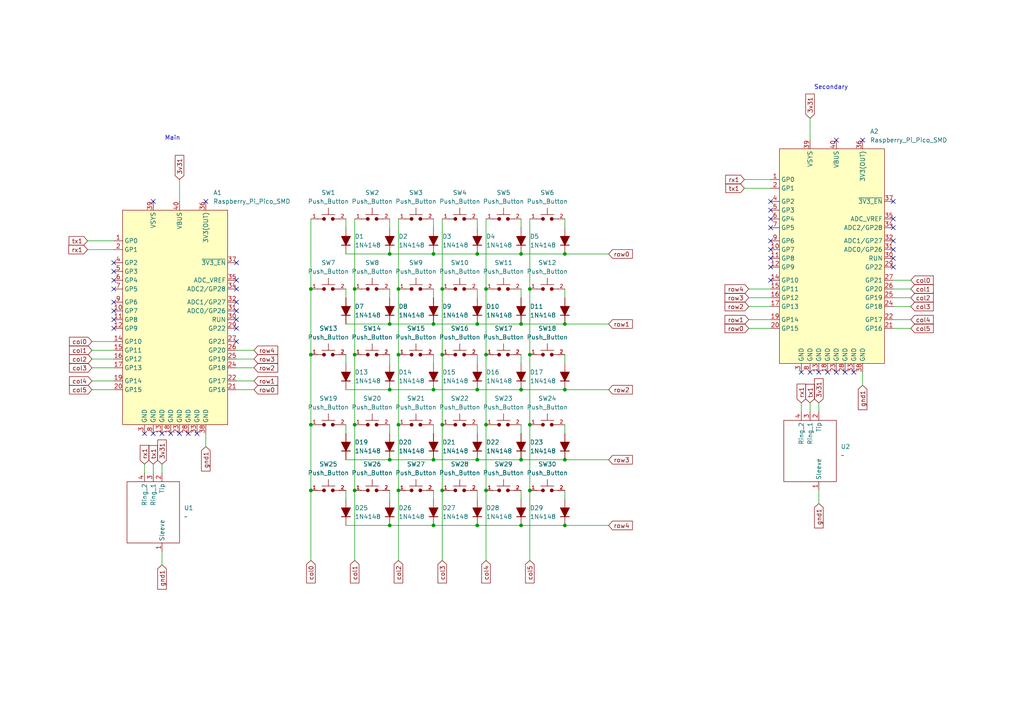
<source format=kicad_sch>
(kicad_sch (version 20250114) (generator "eeschema") (generator_version "9.0")
  (paper "A4")
  (lib_symbols
    (symbol "PCM_Diode_AKL:1N4148" (pin_numbers (hide yes)) (pin_names (offset 1.016) (hide yes))
      (property "Reference" "D" (at 0 5.08 0))
      (property "Value" "1N4148" (at 0 2.54 0))
      (symbol "1N4148_0_1"
        (polyline (pts (xy -1.27 1.27) (xy -1.27 -1.27) (xy 1.27 0) (xy -1.27 1.27)) (stroke (width 0.254)) (fill (type outline)))
        (polyline (pts (xy -1.27 0) (xy 1.27 0)))
        (polyline (pts (xy 1.27 1.27) (xy 1.27 -1.27)) (stroke (width 0.254)))
      )
      (symbol "1N4148_0_2"
        (polyline (pts (xy -2.54 -2.54) (xy 2.54 2.54)))
        (polyline (pts (xy -0.889 -0.889) (xy -1.778 0) (xy 0.889 0.889) (xy 0 -1.778) (xy -0.889 -0.889)) (stroke (width 0.254)) (fill (type outline)))
        (polyline (pts (xy 0 1.778) (xy 1.778 0)) (stroke (width 0.254)))
      )
      (symbol "1N4148_1_1"
        (pin passive line (at -3.81 0 0) (length 2.54) (name "A") (number "2"))
        (pin passive line (at 3.81 0 180) (length 2.54) (name "K") (number "1"))
      )
      (symbol "1N4148_1_2"
        (pin passive line (at -2.54 -2.54 0) (length 0) (name "A") (number "2"))
        (pin passive line (at 2.54 2.54 180) (length 0) (name "K") (number "1"))
      )
    )
    (symbol "PCM_SL_Devices:Push_Button"
      (property "Reference" "SW" (at 0 6.35 0))
      (property "Value" "Push_Button" (at 0 4.445 0))
      (symbol "Push_Button_0_1"
        (polyline (pts (xy -3.175 0) (xy -1.778 0)))
        (polyline (pts (xy -1.905 1.27) (xy 1.905 1.27)))
        (circle (center -1.27 0) (radius 0.4579) (fill (type outline)))
        (polyline (pts (xy 0 1.27) (xy 0 3.175)))
        (circle (center 1.27 0) (radius 0.4579) (fill (type outline)))
        (polyline (pts (xy 1.778 0) (xy 3.175 0)))
      )
      (symbol "Push_Button_1_1"
        (pin passive line (at -5.08 0 0) (length 2) (name "") (number "1"))
        (pin passive line (at 5.08 0 180) (length 2) (name "") (number "2"))
      )
    )
    (symbol "symbols:4ucon_trrs_3.5_smd"
      (property "Reference" "U" (at 0 0 0))
      (symbol "4ucon_trrs_3.5_smd_0_1"
        (polyline (pts (xy -5.08 8.89) (xy 10.16 8.89) (xy 10.16 -8.89) (xy -5.08 -8.89) (xy -5.08 8.89)))
      )
      (symbol "4ucon_trrs_3.5_smd_1_1"
        (pin bidirectional line (at 0 11.43 270) (length 2.54) (name "Ring_2") (number "4"))
        (pin bidirectional line (at 2.54 11.43 270) (length 2.54) (name "Ring_1") (number "3"))
        (pin bidirectional line (at 5.08 11.43 270) (length 2.54) (name "Tip") (number "2"))
        (pin bidirectional line (at 5.08 -11.43 90) (length 2.54) (name "Sleeve") (number "1"))
      )
    )
    (symbol "symbols:Raspberry_Pi_Pico_SMD"
      (property "Reference" "A" (at 12.7 34.29 0))
      (property "Value" "Raspberry_Pi_Pico_SMD" (at 21.59 31.75 0))
      (symbol "Raspberry_Pi_Pico_SMD_0_1"
        (rectangle (start -15.24 29.21) (end 15.24 -33.02) (fill (type background)))
      )
      (symbol "Raspberry_Pi_Pico_SMD_1_1"
        (pin bidirectional line (at -17.78 20.32 0) (length 2.54) (name "GP0") (number "1"))
        (pin bidirectional line (at -17.78 17.78 0) (length 2.54) (name "GP1") (number "2"))
        (pin bidirectional line (at -17.78 13.97 0) (length 2.54) (name "GP2") (number "4"))
        (pin bidirectional line (at -17.78 11.43 0) (length 2.54) (name "GP3") (number "5"))
        (pin bidirectional line (at -17.78 8.89 0) (length 2.54) (name "GP4") (number "6"))
        (pin bidirectional line (at -17.78 6.35 0) (length 2.54) (name "GP5") (number "7"))
        (pin bidirectional line (at -17.78 2.54 0) (length 2.54) (name "GP6") (number "9"))
        (pin bidirectional line (at -17.78 0 0) (length 2.54) (name "GP7") (number "10"))
        (pin bidirectional line (at -17.78 -2.54 0) (length 2.54) (name "GP8") (number "11"))
        (pin bidirectional line (at -17.78 -5.08 0) (length 2.54) (name "GP9") (number "12"))
        (pin bidirectional line (at -17.78 -8.89 0) (length 2.54) (name "GP10") (number "14"))
        (pin bidirectional line (at -17.78 -11.43 0) (length 2.54) (name "GP11") (number "15"))
        (pin bidirectional line (at -17.78 -13.97 0) (length 2.54) (name "GP12") (number "16"))
        (pin bidirectional line (at -17.78 -16.51 0) (length 2.54) (name "GP13") (number "17"))
        (pin bidirectional line (at -17.78 -20.32 0) (length 2.54) (name "GP14") (number "19"))
        (pin bidirectional line (at -17.78 -22.86 0) (length 2.54) (name "GP15") (number "20"))
        (pin power_in line (at -8.89 -35.56 90) (length 2.54) (name "GND") (number "3"))
        (pin power_in line (at -6.35 31.75 270) (length 2.54) (name "VSYS") (number "39"))
        (pin power_in line (at -6.35 -35.56 90) (length 2.54) (name "GND") (number "8"))
        (pin power_in line (at -3.81 -35.56 90) (length 2.54) (name "GND") (number "13"))
        (pin power_in line (at -1.27 -35.56 90) (length 2.54) (name "GND") (number "18"))
        (pin power_in line (at 1.27 31.75 270) (length 2.54) (name "VBUS") (number "40"))
        (pin power_in line (at 1.27 -35.56 90) (length 2.54) (name "GND") (number "23"))
        (pin power_in line (at 3.81 -35.56 90) (length 2.54) (name "GND") (number "28"))
        (pin power_in line (at 6.35 -35.56 90) (length 2.54) (name "GND") (number "33"))
        (pin power_in line (at 8.89 31.75 270) (length 2.54) (name "3V3(OUT)") (number "36"))
        (pin power_in line (at 8.89 -35.56 90) (length 2.54) (name "GND") (number "38"))
        (pin bidirectional line (at 17.78 13.97 180) (length 2.54) (name "~{3V3_EN}") (number "37"))
        (pin bidirectional line (at 17.78 8.89 180) (length 2.54) (name "ADC_VREF") (number "35"))
        (pin bidirectional line (at 17.78 6.35 180) (length 2.54) (name "ADC2/GP28") (number "34"))
        (pin bidirectional line (at 17.78 2.54 180) (length 2.54) (name "ADC1/GP27") (number "32"))
        (pin bidirectional line (at 17.78 0 180) (length 2.54) (name "ADC0/GP26") (number "31"))
        (pin bidirectional line (at 17.78 -2.54 180) (length 2.54) (name "RUN") (number "30"))
        (pin bidirectional line (at 17.78 -5.08 180) (length 2.54) (name "GP22") (number "29"))
        (pin bidirectional line (at 17.78 -8.89 180) (length 2.54) (name "GP21") (number "27"))
        (pin bidirectional line (at 17.78 -11.43 180) (length 2.54) (name "GP20") (number "26"))
        (pin bidirectional line (at 17.78 -13.97 180) (length 2.54) (name "GP19") (number "25"))
        (pin bidirectional line (at 17.78 -16.51 180) (length 2.54) (name "GP18") (number "24"))
        (pin bidirectional line (at 17.78 -20.32 180) (length 2.54) (name "GP17") (number "22"))
        (pin bidirectional line (at 17.78 -22.86 180) (length 2.54) (name "GP16") (number "21"))
      )
    )
  )
  (text "Main" (at 50.038 40.132 0) (effects (font (size 1.27 1.27))))
  (text "Secondary" (at 241.046 25.4 0) (effects (font (size 1.27 1.27))))
  (junction (at 153.67 83.82))
  (junction (at 102.87 123.19))
  (junction (at 90.17 142.24))
  (junction (at 140.97 142.24))
  (junction (at 151.13 73.66))
  (junction (at 90.17 102.87))
  (junction (at 90.17 123.19))
  (junction (at 151.13 152.4))
  (junction (at 125.73 73.66))
  (junction (at 138.43 93.98))
  (junction (at 128.27 83.82))
  (junction (at 151.13 133.35))
  (junction (at 153.67 102.87))
  (junction (at 151.13 113.03))
  (junction (at 102.87 102.87))
  (junction (at 138.43 152.4))
  (junction (at 151.13 93.98))
  (junction (at 125.73 133.35))
  (junction (at 113.03 93.98))
  (junction (at 138.43 113.03))
  (junction (at 102.87 142.24))
  (junction (at 140.97 123.19))
  (junction (at 163.83 152.4))
  (junction (at 115.57 123.19))
  (junction (at 102.87 83.82))
  (junction (at 138.43 73.66))
  (junction (at 138.43 133.35))
  (junction (at 113.03 152.4))
  (junction (at 115.57 142.24))
  (junction (at 115.57 83.82))
  (junction (at 163.83 73.66))
  (junction (at 113.03 73.66))
  (junction (at 113.03 133.35))
  (junction (at 125.73 152.4))
  (junction (at 125.73 93.98))
  (junction (at 113.03 113.03))
  (junction (at 140.97 83.82))
  (junction (at 163.83 113.03))
  (junction (at 163.83 93.98))
  (junction (at 163.83 133.35))
  (junction (at 128.27 142.24))
  (junction (at 140.97 102.87))
  (junction (at 128.27 102.87))
  (junction (at 90.17 83.82))
  (junction (at 153.67 142.24))
  (junction (at 125.73 113.03))
  (junction (at 115.57 102.87))
  (junction (at 153.67 123.19))
  (junction (at 128.27 123.19))
  (no_connect (at 223.52 72.39))
  (no_connect (at 52.07 125.73))
  (no_connect (at 68.58 87.63))
  (no_connect (at 68.58 92.71))
  (no_connect (at 44.45 125.73))
  (no_connect (at 57.15 125.73))
  (no_connect (at 68.58 90.17))
  (no_connect (at 46.99 125.73))
  (no_connect (at 33.02 87.63))
  (no_connect (at 59.69 58.42))
  (no_connect (at 33.02 92.71))
  (no_connect (at 68.58 76.2))
  (no_connect (at 33.02 83.82))
  (no_connect (at 33.02 78.74))
  (no_connect (at 68.58 99.06))
  (no_connect (at 237.49 107.95))
  (no_connect (at 259.08 63.5))
  (no_connect (at 247.65 107.95))
  (no_connect (at 223.52 74.93))
  (no_connect (at 41.91 125.73))
  (no_connect (at 259.08 77.47))
  (no_connect (at 44.45 58.42))
  (no_connect (at 223.52 63.5))
  (no_connect (at 223.52 58.42))
  (no_connect (at 259.08 72.39))
  (no_connect (at 49.53 125.73))
  (no_connect (at 33.02 90.17))
  (no_connect (at 259.08 66.04))
  (no_connect (at 242.57 40.64))
  (no_connect (at 54.61 125.73))
  (no_connect (at 223.52 77.47))
  (no_connect (at 250.19 40.64))
  (no_connect (at 68.58 81.28))
  (no_connect (at 232.41 107.95))
  (no_connect (at 33.02 95.25))
  (no_connect (at 259.08 69.85))
  (no_connect (at 223.52 69.85))
  (no_connect (at 234.95 107.95))
  (no_connect (at 33.02 76.2))
  (no_connect (at 223.52 60.96))
  (no_connect (at 68.58 95.25))
  (no_connect (at 259.08 74.93))
  (no_connect (at 33.02 81.28))
  (no_connect (at 242.57 107.95))
  (no_connect (at 240.03 107.95))
  (no_connect (at 68.58 83.82))
  (no_connect (at 223.52 81.28))
  (no_connect (at 245.11 107.95))
  (no_connect (at 259.08 58.42))
  (no_connect (at 223.52 66.04))
  (wire (pts (xy 217.17 83.82) (xy 223.52 83.82)))
  (wire (pts (xy 113.03 133.35) (xy 125.73 133.35)))
  (wire (pts (xy 217.17 92.71) (xy 223.52 92.71)))
  (wire (pts (xy 46.99 134.62) (xy 46.99 137.16)))
  (wire (pts (xy 26.67 113.03) (xy 33.02 113.03)))
  (wire (pts (xy 68.58 113.03) (xy 73.66 113.03)))
  (wire (pts (xy 140.97 63.5) (xy 140.97 83.82)))
  (wire (pts (xy 125.73 133.35) (xy 138.43 133.35)))
  (wire (pts (xy 163.83 73.66) (xy 176.53 73.66)))
  (wire (pts (xy 151.13 83.82) (xy 151.13 86.36)))
  (wire (pts (xy 259.08 95.25) (xy 264.16 95.25)))
  (wire (pts (xy 113.03 113.03) (xy 125.73 113.03)))
  (wire (pts (xy 163.83 152.4) (xy 176.53 152.4)))
  (wire (pts (xy 125.73 123.19) (xy 125.73 125.73)))
  (wire (pts (xy 128.27 123.19) (xy 128.27 142.24)))
  (wire (pts (xy 100.33 142.24) (xy 100.33 144.78)))
  (wire (pts (xy 115.57 63.5) (xy 115.57 83.82)))
  (wire (pts (xy 250.19 107.95) (xy 250.19 111.76)))
  (wire (pts (xy 237.49 116.84) (xy 237.49 119.38)))
  (wire (pts (xy 113.03 142.24) (xy 113.03 144.78)))
  (wire (pts (xy 259.08 83.82) (xy 264.16 83.82)))
  (wire (pts (xy 125.73 152.4) (xy 138.43 152.4)))
  (wire (pts (xy 163.83 113.03) (xy 176.53 113.03)))
  (wire (pts (xy 102.87 142.24) (xy 102.87 162.56)))
  (wire (pts (xy 234.95 34.29) (xy 234.95 40.64)))
  (wire (pts (xy 234.95 116.84) (xy 234.95 119.38)))
  (wire (pts (xy 153.67 142.24) (xy 153.67 162.56)))
  (wire (pts (xy 163.83 93.98) (xy 176.53 93.98)))
  (wire (pts (xy 163.83 102.87) (xy 163.83 105.41)))
  (wire (pts (xy 68.58 110.49) (xy 73.66 110.49)))
  (wire (pts (xy 217.17 88.9) (xy 223.52 88.9)))
  (wire (pts (xy 115.57 123.19) (xy 115.57 142.24)))
  (wire (pts (xy 140.97 102.87) (xy 140.97 123.19)))
  (wire (pts (xy 138.43 63.5) (xy 138.43 66.04)))
  (wire (pts (xy 26.67 104.14) (xy 33.02 104.14)))
  (wire (pts (xy 153.67 123.19) (xy 153.67 142.24)))
  (wire (pts (xy 232.41 116.84) (xy 232.41 119.38)))
  (wire (pts (xy 100.33 123.19) (xy 100.33 125.73)))
  (wire (pts (xy 102.87 83.82) (xy 102.87 102.87)))
  (wire (pts (xy 68.58 104.14) (xy 73.66 104.14)))
  (wire (pts (xy 215.9 54.61) (xy 223.52 54.61)))
  (wire (pts (xy 128.27 142.24) (xy 128.27 162.56)))
  (wire (pts (xy 138.43 93.98) (xy 151.13 93.98)))
  (wire (pts (xy 25.4 72.39) (xy 33.02 72.39)))
  (wire (pts (xy 138.43 73.66) (xy 151.13 73.66)))
  (wire (pts (xy 237.49 142.24) (xy 237.49 146.05)))
  (wire (pts (xy 115.57 102.87) (xy 115.57 123.19)))
  (wire (pts (xy 153.67 63.5) (xy 153.67 83.82)))
  (wire (pts (xy 59.69 125.73) (xy 59.69 129.54)))
  (wire (pts (xy 151.13 102.87) (xy 151.13 105.41)))
  (wire (pts (xy 125.73 73.66) (xy 138.43 73.66)))
  (wire (pts (xy 102.87 102.87) (xy 102.87 123.19)))
  (wire (pts (xy 125.73 142.24) (xy 125.73 144.78)))
  (wire (pts (xy 151.13 73.66) (xy 163.83 73.66)))
  (wire (pts (xy 259.08 86.36) (xy 264.16 86.36)))
  (wire (pts (xy 100.33 133.35) (xy 113.03 133.35)))
  (wire (pts (xy 90.17 123.19) (xy 90.17 142.24)))
  (wire (pts (xy 140.97 142.24) (xy 140.97 162.56)))
  (wire (pts (xy 90.17 83.82) (xy 90.17 102.87)))
  (wire (pts (xy 138.43 152.4) (xy 151.13 152.4)))
  (wire (pts (xy 113.03 102.87) (xy 113.03 105.41)))
  (wire (pts (xy 138.43 142.24) (xy 138.43 144.78)))
  (wire (pts (xy 153.67 83.82) (xy 153.67 102.87)))
  (wire (pts (xy 215.9 52.07) (xy 223.52 52.07)))
  (wire (pts (xy 128.27 63.5) (xy 128.27 83.82)))
  (wire (pts (xy 100.33 93.98) (xy 113.03 93.98)))
  (wire (pts (xy 113.03 83.82) (xy 113.03 86.36)))
  (wire (pts (xy 68.58 106.68) (xy 73.66 106.68)))
  (wire (pts (xy 90.17 142.24) (xy 90.17 162.56)))
  (wire (pts (xy 115.57 83.82) (xy 115.57 102.87)))
  (wire (pts (xy 151.13 133.35) (xy 163.83 133.35)))
  (wire (pts (xy 138.43 123.19) (xy 138.43 125.73)))
  (wire (pts (xy 128.27 83.82) (xy 128.27 102.87)))
  (wire (pts (xy 125.73 93.98) (xy 138.43 93.98)))
  (wire (pts (xy 102.87 123.19) (xy 102.87 142.24)))
  (wire (pts (xy 113.03 123.19) (xy 113.03 125.73)))
  (wire (pts (xy 90.17 63.5) (xy 90.17 83.82)))
  (wire (pts (xy 125.73 102.87) (xy 125.73 105.41)))
  (wire (pts (xy 26.67 99.06) (xy 33.02 99.06)))
  (wire (pts (xy 140.97 123.19) (xy 140.97 142.24)))
  (wire (pts (xy 90.17 102.87) (xy 90.17 123.19)))
  (wire (pts (xy 138.43 113.03) (xy 151.13 113.03)))
  (wire (pts (xy 217.17 86.36) (xy 223.52 86.36)))
  (wire (pts (xy 100.33 73.66) (xy 113.03 73.66)))
  (wire (pts (xy 151.13 93.98) (xy 163.83 93.98)))
  (wire (pts (xy 138.43 133.35) (xy 151.13 133.35)))
  (wire (pts (xy 153.67 102.87) (xy 153.67 123.19)))
  (wire (pts (xy 25.4 69.85) (xy 33.02 69.85)))
  (wire (pts (xy 125.73 63.5) (xy 125.73 66.04)))
  (wire (pts (xy 115.57 142.24) (xy 115.57 162.56)))
  (wire (pts (xy 26.67 110.49) (xy 33.02 110.49)))
  (wire (pts (xy 113.03 63.5) (xy 113.03 66.04)))
  (wire (pts (xy 113.03 93.98) (xy 125.73 93.98)))
  (wire (pts (xy 52.07 52.07) (xy 52.07 58.42)))
  (wire (pts (xy 163.83 142.24) (xy 163.83 144.78)))
  (wire (pts (xy 151.13 113.03) (xy 163.83 113.03)))
  (wire (pts (xy 26.67 101.6) (xy 33.02 101.6)))
  (wire (pts (xy 125.73 83.82) (xy 125.73 86.36)))
  (wire (pts (xy 163.83 63.5) (xy 163.83 66.04)))
  (wire (pts (xy 151.13 152.4) (xy 163.83 152.4)))
  (wire (pts (xy 138.43 83.82) (xy 138.43 86.36)))
  (wire (pts (xy 259.08 81.28) (xy 264.16 81.28)))
  (wire (pts (xy 151.13 123.19) (xy 151.13 125.73)))
  (wire (pts (xy 100.33 102.87) (xy 100.33 105.41)))
  (wire (pts (xy 128.27 102.87) (xy 128.27 123.19)))
  (wire (pts (xy 41.91 134.62) (xy 41.91 137.16)))
  (wire (pts (xy 100.33 83.82) (xy 100.33 86.36)))
  (wire (pts (xy 259.08 92.71) (xy 264.16 92.71)))
  (wire (pts (xy 68.58 101.6) (xy 73.66 101.6)))
  (wire (pts (xy 46.99 160.02) (xy 46.99 163.83)))
  (wire (pts (xy 217.17 95.25) (xy 223.52 95.25)))
  (wire (pts (xy 163.83 123.19) (xy 163.83 125.73)))
  (wire (pts (xy 102.87 63.5) (xy 102.87 83.82)))
  (wire (pts (xy 113.03 73.66) (xy 125.73 73.66)))
  (wire (pts (xy 138.43 102.87) (xy 138.43 105.41)))
  (wire (pts (xy 140.97 83.82) (xy 140.97 102.87)))
  (wire (pts (xy 100.33 113.03) (xy 113.03 113.03)))
  (wire (pts (xy 259.08 88.9) (xy 264.16 88.9)))
  (wire (pts (xy 151.13 63.5) (xy 151.13 66.04)))
  (wire (pts (xy 26.67 106.68) (xy 33.02 106.68)))
  (wire (pts (xy 100.33 63.5) (xy 100.33 66.04)))
  (wire (pts (xy 163.83 83.82) (xy 163.83 86.36)))
  (wire (pts (xy 113.03 152.4) (xy 125.73 152.4)))
  (wire (pts (xy 163.83 133.35) (xy 176.53 133.35)))
  (wire (pts (xy 100.33 152.4) (xy 113.03 152.4)))
  (wire (pts (xy 44.45 134.62) (xy 44.45 137.16)))
  (wire (pts (xy 151.13 142.24) (xy 151.13 144.78)))
  (wire (pts (xy 125.73 113.03) (xy 138.43 113.03)))
  (global_label "row4" (shape input) (at 176.53 152.4 0) (property "Intersheetrefs" "${INTERSHEET_REFS}" (effects (hide yes))))
  (global_label "3v31" (shape input) (at 234.95 34.29 90) (property "Intersheetrefs" "${INTERSHEET_REFS}" (effects (hide yes))))
  (global_label "row2" (shape input) (at 73.66 106.68 0) (property "Intersheetrefs" "${INTERSHEET_REFS}" (effects (hide yes))))
  (global_label "row1" (shape input) (at 176.53 93.98 0) (property "Intersheetrefs" "${INTERSHEET_REFS}" (effects (hide yes))))
  (global_label "col1" (shape input) (at 26.67 101.6 180) (property "Intersheetrefs" "${INTERSHEET_REFS}" (effects (hide yes))))
  (global_label "rx1" (shape input) (at 215.9 52.07 180) (property "Intersheetrefs" "${INTERSHEET_REFS}" (effects (hide yes))))
  (global_label "rx1" (shape input) (at 232.41 116.84 90) (property "Intersheetrefs" "${INTERSHEET_REFS}" (effects (hide yes))))
  (global_label "col0" (shape input) (at 90.17 162.56 270) (property "Intersheetrefs" "${INTERSHEET_REFS}" (effects (hide yes))))
  (global_label "rx1" (shape input) (at 41.91 134.62 90) (property "Intersheetrefs" "${INTERSHEET_REFS}" (effects (hide yes))))
  (global_label "row3" (shape input) (at 73.66 104.14 0) (property "Intersheetrefs" "${INTERSHEET_REFS}" (effects (hide yes))))
  (global_label "row1" (shape input) (at 73.66 110.49 0) (property "Intersheetrefs" "${INTERSHEET_REFS}" (effects (hide yes))))
  (global_label "col4" (shape input) (at 264.16 92.71 0) (property "Intersheetrefs" "${INTERSHEET_REFS}" (effects (hide yes))))
  (global_label "rx1" (shape input) (at 25.4 72.39 180) (property "Intersheetrefs" "${INTERSHEET_REFS}" (effects (hide yes))))
  (global_label "3v31" (shape input) (at 237.49 116.84 90) (property "Intersheetrefs" "${INTERSHEET_REFS}" (effects (hide yes))))
  (global_label "col3" (shape input) (at 264.16 88.9 0) (property "Intersheetrefs" "${INTERSHEET_REFS}" (effects (hide yes))))
  (global_label "gnd1" (shape input) (at 46.99 163.83 270) (property "Intersheetrefs" "${INTERSHEET_REFS}" (effects (hide yes))))
  (global_label "tx1" (shape input) (at 234.95 116.84 90) (property "Intersheetrefs" "${INTERSHEET_REFS}" (effects (hide yes))))
  (global_label "row0" (shape input) (at 176.53 73.66 0) (property "Intersheetrefs" "${INTERSHEET_REFS}" (effects (hide yes))))
  (global_label "row3" (shape input) (at 176.53 133.35 0) (property "Intersheetrefs" "${INTERSHEET_REFS}" (effects (hide yes))))
  (global_label "tx1" (shape input) (at 215.9 54.61 180) (property "Intersheetrefs" "${INTERSHEET_REFS}" (effects (hide yes))))
  (global_label "row4" (shape input) (at 73.66 101.6 0) (property "Intersheetrefs" "${INTERSHEET_REFS}" (effects (hide yes))))
  (global_label "col2" (shape input) (at 26.67 104.14 180) (property "Intersheetrefs" "${INTERSHEET_REFS}" (effects (hide yes))))
  (global_label "col3" (shape input) (at 26.67 106.68 180) (property "Intersheetrefs" "${INTERSHEET_REFS}" (effects (hide yes))))
  (global_label "row0" (shape input) (at 217.17 95.25 180) (property "Intersheetrefs" "${INTERSHEET_REFS}" (effects (hide yes))))
  (global_label "col0" (shape input) (at 26.67 99.06 180) (property "Intersheetrefs" "${INTERSHEET_REFS}" (effects (hide yes))))
  (global_label "3v31" (shape input) (at 46.99 134.62 90) (property "Intersheetrefs" "${INTERSHEET_REFS}" (effects (hide yes))))
  (global_label "tx1" (shape input) (at 44.45 134.62 90) (property "Intersheetrefs" "${INTERSHEET_REFS}" (effects (hide yes))))
  (global_label "col3" (shape input) (at 128.27 162.56 270) (property "Intersheetrefs" "${INTERSHEET_REFS}" (effects (hide yes))))
  (global_label "col1" (shape input) (at 264.16 83.82 0) (property "Intersheetrefs" "${INTERSHEET_REFS}" (effects (hide yes))))
  (global_label "row2" (shape input) (at 176.53 113.03 0) (property "Intersheetrefs" "${INTERSHEET_REFS}" (effects (hide yes))))
  (global_label "col1" (shape input) (at 102.87 162.56 270) (property "Intersheetrefs" "${INTERSHEET_REFS}" (effects (hide yes))))
  (global_label "col2" (shape input) (at 264.16 86.36 0) (property "Intersheetrefs" "${INTERSHEET_REFS}" (effects (hide yes))))
  (global_label "row2" (shape input) (at 217.17 88.9 180) (property "Intersheetrefs" "${INTERSHEET_REFS}" (effects (hide yes))))
  (global_label "3v31" (shape input) (at 52.07 52.07 90) (property "Intersheetrefs" "${INTERSHEET_REFS}" (effects (hide yes))))
  (global_label "col5" (shape input) (at 26.67 113.03 180) (property "Intersheetrefs" "${INTERSHEET_REFS}" (effects (hide yes))))
  (global_label "col2" (shape input) (at 115.57 162.56 270) (property "Intersheetrefs" "${INTERSHEET_REFS}" (effects (hide yes))))
  (global_label "col5" (shape input) (at 264.16 95.25 0) (property "Intersheetrefs" "${INTERSHEET_REFS}" (effects (hide yes))))
  (global_label "gnd1" (shape input) (at 59.69 129.54 270) (property "Intersheetrefs" "${INTERSHEET_REFS}" (effects (hide yes))))
  (global_label "row1" (shape input) (at 217.17 92.71 180) (property "Intersheetrefs" "${INTERSHEET_REFS}" (effects (hide yes))))
  (global_label "tx1" (shape input) (at 25.4 69.85 180) (property "Intersheetrefs" "${INTERSHEET_REFS}" (effects (hide yes))))
  (global_label "col4" (shape input) (at 140.97 162.56 270) (property "Intersheetrefs" "${INTERSHEET_REFS}" (effects (hide yes))))
  (global_label "gnd1" (shape input) (at 250.19 111.76 270) (property "Intersheetrefs" "${INTERSHEET_REFS}" (effects (hide yes))))
  (global_label "col0" (shape input) (at 264.16 81.28 0) (property "Intersheetrefs" "${INTERSHEET_REFS}" (effects (hide yes))))
  (global_label "gnd1" (shape input) (at 237.49 146.05 270) (property "Intersheetrefs" "${INTERSHEET_REFS}" (effects (hide yes))))
  (global_label "row3" (shape input) (at 217.17 86.36 180) (property "Intersheetrefs" "${INTERSHEET_REFS}" (effects (hide yes))))
  (global_label "col4" (shape input) (at 26.67 110.49 180) (property "Intersheetrefs" "${INTERSHEET_REFS}" (effects (hide yes))))
  (global_label "col5" (shape input) (at 153.67 162.56 270) (property "Intersheetrefs" "${INTERSHEET_REFS}" (effects (hide yes))))
  (global_label "row4" (shape input) (at 217.17 83.82 180) (property "Intersheetrefs" "${INTERSHEET_REFS}" (effects (hide yes))))
  (global_label "row0" (shape input) (at 73.66 113.03 0) (property "Intersheetrefs" "${INTERSHEET_REFS}" (effects (hide yes))))
  (symbol (lib_id "symbols:4ucon_trrs_3.5_smd") (at 41.91 148.59 0) (unit 1)
    (property "Reference" "U1" (at 53.34 147.3199 0) (effects (justify left)))
    (property "Value" "~" (at 53.34 149.8599 0) (effects (justify left)))
    (property "Footprint" "footprints:4ucon trrs 3.5 smd" (effects (hide yes)))
  )
  (symbol (lib_id "PCM_Diode_AKL:1N4148") (at 125.73 90.17 270) (unit 1)
    (property "Reference" "D9" (at 128.27 88.8999 90) (effects (justify left)))
    (property "Value" "1N4148" (at 128.27 91.4399 90) (effects (justify left)))
    (property "Footprint" "PCM_Diode_THT_AKL:D_DO-35_SOD27_P7.62mm_Horizontal" (effects (hide yes)))
    (property "Datasheet" "https://datasheet.octopart.com/1N4148TR-ON-Semiconductor-datasheet-42765246.pdf" (effects (hide yes)))
    (property "Description" "DO-35 Diode, Small Signal, Fast Switching, 75V, 150mA, 4ns, Alternate KiCad Library" (effects (hide yes)))
  )
  (symbol (lib_id "PCM_SL_Devices:Push_Button") (at 158.75 102.87 0) (unit 1)
    (property "Reference" "SW18" (at 158.75 95.25 0))
    (property "Value" "Push_Button" (at 158.75 97.79 0))
    (property "Footprint" "footprints:SW_Kailh_Choc_V2_1.00u_double-sided" (effects (hide yes)))
    (property "Description" "Common 6mmx6mm Push Button" (effects (hide yes)))
  )
  (symbol (lib_id "PCM_Diode_AKL:1N4148") (at 151.13 90.17 270) (unit 1)
    (property "Reference" "D11" (at 153.67 88.8999 90) (effects (justify left)))
    (property "Value" "1N4148" (at 153.67 91.4399 90) (effects (justify left)))
    (property "Footprint" "PCM_Diode_THT_AKL:D_DO-35_SOD27_P7.62mm_Horizontal" (effects (hide yes)))
    (property "Datasheet" "https://datasheet.octopart.com/1N4148TR-ON-Semiconductor-datasheet-42765246.pdf" (effects (hide yes)))
    (property "Description" "DO-35 Diode, Small Signal, Fast Switching, 75V, 150mA, 4ns, Alternate KiCad Library" (effects (hide yes)))
  )
  (symbol (lib_id "PCM_Diode_AKL:1N4148") (at 163.83 148.59 270) (unit 1)
    (property "Reference" "D30" (effects (hide yes)))
    (property "Value" "1N4148" (effects (hide yes)))
    (property "Footprint" "PCM_Diode_THT_AKL:D_DO-35_SOD27_P7.62mm_Horizontal" (effects (hide yes)))
    (property "Datasheet" "https://datasheet.octopart.com/1N4148TR-ON-Semiconductor-datasheet-42765246.pdf" (effects (hide yes)))
    (property "Description" "DO-35 Diode, Small Signal, Fast Switching, 75V, 150mA, 4ns, Alternate KiCad Library" (effects (hide yes)))
  )
  (symbol (lib_id "PCM_SL_Devices:Push_Button") (at 120.65 83.82 0) (unit 1)
    (property "Reference" "SW9" (at 120.65 76.2 0))
    (property "Value" "Push_Button" (at 120.65 78.74 0))
    (property "Footprint" "footprints:SW_Kailh_Choc_V2_1.00u_double-sided" (effects (hide yes)))
    (property "Description" "Common 6mmx6mm Push Button" (effects (hide yes)))
  )
  (symbol (lib_id "PCM_Diode_AKL:1N4148") (at 113.03 109.22 270) (unit 1)
    (property "Reference" "D14" (at 115.57 107.9499 90) (effects (justify left)))
    (property "Value" "1N4148" (at 115.57 110.4899 90) (effects (justify left)))
    (property "Footprint" "PCM_Diode_THT_AKL:D_DO-35_SOD27_P7.62mm_Horizontal" (effects (hide yes)))
    (property "Datasheet" "https://datasheet.octopart.com/1N4148TR-ON-Semiconductor-datasheet-42765246.pdf" (effects (hide yes)))
    (property "Description" "DO-35 Diode, Small Signal, Fast Switching, 75V, 150mA, 4ns, Alternate KiCad Library" (effects (hide yes)))
  )
  (symbol (lib_id "PCM_SL_Devices:Push_Button") (at 133.35 83.82 0) (unit 1)
    (property "Reference" "SW10" (at 133.35 76.2 0))
    (property "Value" "Push_Button" (at 133.35 78.74 0))
    (property "Footprint" "footprints:SW_Kailh_Choc_V2_1.00u_double-sided" (effects (hide yes)))
    (property "Description" "Common 6mmx6mm Push Button" (effects (hide yes)))
  )
  (symbol (lib_id "PCM_Diode_AKL:1N4148") (at 151.13 129.54 270) (unit 1)
    (property "Reference" "D23" (at 153.67 128.2699 90) (effects (justify left)))
    (property "Value" "1N4148" (at 153.67 130.8099 90) (effects (justify left)))
    (property "Footprint" "PCM_Diode_THT_AKL:D_DO-35_SOD27_P7.62mm_Horizontal" (effects (hide yes)))
    (property "Datasheet" "https://datasheet.octopart.com/1N4148TR-ON-Semiconductor-datasheet-42765246.pdf" (effects (hide yes)))
    (property "Description" "DO-35 Diode, Small Signal, Fast Switching, 75V, 150mA, 4ns, Alternate KiCad Library" (effects (hide yes)))
  )
  (symbol (lib_id "PCM_Diode_AKL:1N4148") (at 138.43 109.22 270) (unit 1)
    (property "Reference" "D16" (at 140.97 107.9499 90) (effects (justify left)))
    (property "Value" "1N4148" (at 140.97 110.4899 90) (effects (justify left)))
    (property "Footprint" "PCM_Diode_THT_AKL:D_DO-35_SOD27_P7.62mm_Horizontal" (effects (hide yes)))
    (property "Datasheet" "https://datasheet.octopart.com/1N4148TR-ON-Semiconductor-datasheet-42765246.pdf" (effects (hide yes)))
    (property "Description" "DO-35 Diode, Small Signal, Fast Switching, 75V, 150mA, 4ns, Alternate KiCad Library" (effects (hide yes)))
  )
  (symbol (lib_id "PCM_Diode_AKL:1N4148") (at 100.33 69.85 270) (unit 1)
    (property "Reference" "D1" (at 102.87 68.5799 90) (effects (justify left)))
    (property "Value" "1N4148" (at 102.87 71.1199 90) (effects (justify left)))
    (property "Footprint" "PCM_Diode_THT_AKL:D_DO-35_SOD27_P7.62mm_Horizontal" (effects (hide yes)))
    (property "Datasheet" "https://datasheet.octopart.com/1N4148TR-ON-Semiconductor-datasheet-42765246.pdf" (effects (hide yes)))
    (property "Description" "DO-35 Diode, Small Signal, Fast Switching, 75V, 150mA, 4ns, Alternate KiCad Library" (effects (hide yes)))
  )
  (symbol (lib_id "PCM_SL_Devices:Push_Button") (at 133.35 123.19 0) (unit 1)
    (property "Reference" "SW22" (at 133.35 115.57 0))
    (property "Value" "Push_Button" (at 133.35 118.11 0))
    (property "Footprint" "footprints:SW_Kailh_Choc_V2_1.00u_double-sided" (effects (hide yes)))
    (property "Description" "Common 6mmx6mm Push Button" (effects (hide yes)))
  )
  (symbol (lib_id "PCM_Diode_AKL:1N4148") (at 100.33 90.17 270) (unit 1)
    (property "Reference" "D7" (at 102.87 88.8999 90) (effects (justify left)))
    (property "Value" "1N4148" (at 102.87 91.4399 90) (effects (justify left)))
    (property "Footprint" "PCM_Diode_THT_AKL:D_DO-35_SOD27_P7.62mm_Horizontal" (effects (hide yes)))
    (property "Datasheet" "https://datasheet.octopart.com/1N4148TR-ON-Semiconductor-datasheet-42765246.pdf" (effects (hide yes)))
    (property "Description" "DO-35 Diode, Small Signal, Fast Switching, 75V, 150mA, 4ns, Alternate KiCad Library" (effects (hide yes)))
  )
  (symbol (lib_id "PCM_Diode_AKL:1N4148") (at 125.73 109.22 270) (unit 1)
    (property "Reference" "D15" (at 128.27 107.9499 90) (effects (justify left)))
    (property "Value" "1N4148" (at 128.27 110.4899 90) (effects (justify left)))
    (property "Footprint" "PCM_Diode_THT_AKL:D_DO-35_SOD27_P7.62mm_Horizontal" (effects (hide yes)))
    (property "Datasheet" "https://datasheet.octopart.com/1N4148TR-ON-Semiconductor-datasheet-42765246.pdf" (effects (hide yes)))
    (property "Description" "DO-35 Diode, Small Signal, Fast Switching, 75V, 150mA, 4ns, Alternate KiCad Library" (effects (hide yes)))
  )
  (symbol (lib_id "PCM_Diode_AKL:1N4148") (at 113.03 129.54 270) (unit 1)
    (property "Reference" "D20" (at 115.57 128.2699 90) (effects (justify left)))
    (property "Value" "1N4148" (at 115.57 130.8099 90) (effects (justify left)))
    (property "Footprint" "PCM_Diode_THT_AKL:D_DO-35_SOD27_P7.62mm_Horizontal" (effects (hide yes)))
    (property "Datasheet" "https://datasheet.octopart.com/1N4148TR-ON-Semiconductor-datasheet-42765246.pdf" (effects (hide yes)))
    (property "Description" "DO-35 Diode, Small Signal, Fast Switching, 75V, 150mA, 4ns, Alternate KiCad Library" (effects (hide yes)))
  )
  (symbol (lib_id "PCM_SL_Devices:Push_Button") (at 146.05 83.82 0) (unit 1)
    (property "Reference" "SW11" (at 146.05 76.2 0))
    (property "Value" "Push_Button" (at 146.05 78.74 0))
    (property "Footprint" "footprints:SW_Kailh_Choc_V2_1.00u_double-sided" (effects (hide yes)))
    (property "Description" "Common 6mmx6mm Push Button" (effects (hide yes)))
  )
  (symbol (lib_id "PCM_Diode_AKL:1N4148") (at 151.13 69.85 270) (unit 1)
    (property "Reference" "D5" (at 153.67 68.5799 90) (effects (justify left)))
    (property "Value" "1N4148" (at 153.67 71.1199 90) (effects (justify left)))
    (property "Footprint" "PCM_Diode_THT_AKL:D_DO-35_SOD27_P7.62mm_Horizontal" (effects (hide yes)))
    (property "Datasheet" "https://datasheet.octopart.com/1N4148TR-ON-Semiconductor-datasheet-42765246.pdf" (effects (hide yes)))
    (property "Description" "DO-35 Diode, Small Signal, Fast Switching, 75V, 150mA, 4ns, Alternate KiCad Library" (effects (hide yes)))
  )
  (symbol (lib_id "PCM_Diode_AKL:1N4148") (at 138.43 148.59 270) (unit 1)
    (property "Reference" "D28" (at 140.97 147.3199 90) (effects (justify left)))
    (property "Value" "1N4148" (at 140.97 149.8599 90) (effects (justify left)))
    (property "Footprint" "PCM_Diode_THT_AKL:D_DO-35_SOD27_P7.62mm_Horizontal" (effects (hide yes)))
    (property "Datasheet" "https://datasheet.octopart.com/1N4148TR-ON-Semiconductor-datasheet-42765246.pdf" (effects (hide yes)))
    (property "Description" "DO-35 Diode, Small Signal, Fast Switching, 75V, 150mA, 4ns, Alternate KiCad Library" (effects (hide yes)))
  )
  (symbol (lib_id "PCM_Diode_AKL:1N4148") (at 151.13 109.22 270) (unit 1)
    (property "Reference" "D17" (at 153.67 107.9499 90) (effects (justify left)))
    (property "Value" "1N4148" (at 153.67 110.4899 90) (effects (justify left)))
    (property "Footprint" "PCM_Diode_THT_AKL:D_DO-35_SOD27_P7.62mm_Horizontal" (effects (hide yes)))
    (property "Datasheet" "https://datasheet.octopart.com/1N4148TR-ON-Semiconductor-datasheet-42765246.pdf" (effects (hide yes)))
    (property "Description" "DO-35 Diode, Small Signal, Fast Switching, 75V, 150mA, 4ns, Alternate KiCad Library" (effects (hide yes)))
  )
  (symbol (lib_id "PCM_SL_Devices:Push_Button") (at 95.25 102.87 0) (unit 1)
    (property "Reference" "SW13" (at 95.25 95.25 0))
    (property "Value" "Push_Button" (at 95.25 97.79 0))
    (property "Footprint" "footprints:SW_Kailh_Choc_V2_1.00u_double-sided" (effects (hide yes)))
    (property "Description" "Common 6mmx6mm Push Button" (effects (hide yes)))
  )
  (symbol (lib_id "symbols:4ucon_trrs_3.5_smd") (at 232.41 130.81 0) (unit 1)
    (property "Reference" "U2" (at 243.84 129.5399 0) (effects (justify left)))
    (property "Value" "~" (at 243.84 132.0799 0) (effects (justify left)))
    (property "Footprint" "footprints:4ucon trrs 3.5 smd back" (effects (hide yes)))
  )
  (symbol (lib_id "PCM_Diode_AKL:1N4148") (at 138.43 129.54 270) (unit 1)
    (property "Reference" "D22" (at 140.97 128.2699 90) (effects (justify left)))
    (property "Value" "1N4148" (at 140.97 130.8099 90) (effects (justify left)))
    (property "Footprint" "PCM_Diode_THT_AKL:D_DO-35_SOD27_P7.62mm_Horizontal" (effects (hide yes)))
    (property "Datasheet" "https://datasheet.octopart.com/1N4148TR-ON-Semiconductor-datasheet-42765246.pdf" (effects (hide yes)))
    (property "Description" "DO-35 Diode, Small Signal, Fast Switching, 75V, 150mA, 4ns, Alternate KiCad Library" (effects (hide yes)))
  )
  (symbol (lib_id "PCM_SL_Devices:Push_Button") (at 95.25 123.19 0) (unit 1)
    (property "Reference" "SW19" (at 95.25 115.57 0))
    (property "Value" "Push_Button" (at 95.25 118.11 0))
    (property "Footprint" "footprints:SW_Kailh_Choc_V2_1.00u_double-sided" (effects (hide yes)))
    (property "Description" "Common 6mmx6mm Push Button" (effects (hide yes)))
  )
  (symbol (lib_id "PCM_Diode_AKL:1N4148") (at 113.03 69.85 270) (unit 1)
    (property "Reference" "D2" (at 115.57 68.5799 90) (effects (justify left)))
    (property "Value" "1N4148" (at 115.57 71.1199 90) (effects (justify left)))
    (property "Footprint" "PCM_Diode_THT_AKL:D_DO-35_SOD27_P7.62mm_Horizontal" (effects (hide yes)))
    (property "Datasheet" "https://datasheet.octopart.com/1N4148TR-ON-Semiconductor-datasheet-42765246.pdf" (effects (hide yes)))
    (property "Description" "DO-35 Diode, Small Signal, Fast Switching, 75V, 150mA, 4ns, Alternate KiCad Library" (effects (hide yes)))
  )
  (symbol (lib_id "PCM_SL_Devices:Push_Button") (at 120.65 142.24 0) (unit 1)
    (property "Reference" "SW27" (at 120.65 134.62 0))
    (property "Value" "Push_Button" (at 120.65 137.16 0))
    (property "Footprint" "footprints:SW_Kailh_Choc_V2_1.00u_double-sided" (effects (hide yes)))
    (property "Description" "Common 6mmx6mm Push Button" (effects (hide yes)))
  )
  (symbol (lib_id "PCM_SL_Devices:Push_Button") (at 133.35 63.5 0) (unit 1)
    (property "Reference" "SW4" (at 133.35 55.88 0))
    (property "Value" "Push_Button" (at 133.35 58.42 0))
    (property "Footprint" "footprints:SW_Kailh_Choc_V2_1.00u_double-sided" (effects (hide yes)))
    (property "Description" "Common 6mmx6mm Push Button" (effects (hide yes)))
  )
  (symbol (lib_id "symbols:Raspberry_Pi_Pico_SMD") (at 50.8 90.17 0) (unit 1)
    (property "Reference" "A1" (at 61.8333 55.88 0) (effects (justify left)))
    (property "Value" "Raspberry_Pi_Pico_SMD" (at 61.8333 58.42 0) (effects (justify left)))
    (property "Footprint" "footprints:raspberry_pi_pico_SMD" (effects (hide yes)))
    (property "Description" "Development Board with RP2040 MCU" (effects (hide yes)))
  )
  (symbol (lib_id "PCM_SL_Devices:Push_Button") (at 107.95 63.5 0) (unit 1)
    (property "Reference" "SW2" (at 107.95 55.88 0))
    (property "Value" "Push_Button" (at 107.95 58.42 0))
    (property "Footprint" "footprints:SW_Kailh_Choc_V2_1.00u_double-sided" (effects (hide yes)))
    (property "Description" "Common 6mmx6mm Push Button" (effects (hide yes)))
  )
  (symbol (lib_id "PCM_SL_Devices:Push_Button") (at 146.05 123.19 0) (unit 1)
    (property "Reference" "SW23" (at 146.05 115.57 0))
    (property "Value" "Push_Button" (at 146.05 118.11 0))
    (property "Footprint" "footprints:SW_Kailh_Choc_V2_1.00u_double-sided" (effects (hide yes)))
    (property "Description" "Common 6mmx6mm Push Button" (effects (hide yes)))
  )
  (symbol (lib_id "PCM_Diode_AKL:1N4148") (at 125.73 69.85 270) (unit 1)
    (property "Reference" "D3" (at 128.27 68.5799 90) (effects (justify left)))
    (property "Value" "1N4148" (at 128.27 71.1199 90) (effects (justify left)))
    (property "Footprint" "PCM_Diode_THT_AKL:D_DO-35_SOD27_P7.62mm_Horizontal" (effects (hide yes)))
    (property "Datasheet" "https://datasheet.octopart.com/1N4148TR-ON-Semiconductor-datasheet-42765246.pdf" (effects (hide yes)))
    (property "Description" "DO-35 Diode, Small Signal, Fast Switching, 75V, 150mA, 4ns, Alternate KiCad Library" (effects (hide yes)))
  )
  (symbol (lib_id "PCM_Diode_AKL:1N4148") (at 100.33 109.22 270) (unit 1)
    (property "Reference" "D13" (at 102.87 107.9499 90) (effects (justify left)))
    (property "Value" "1N4148" (at 102.87 110.4899 90) (effects (justify left)))
    (property "Footprint" "PCM_Diode_THT_AKL:D_DO-35_SOD27_P7.62mm_Horizontal" (effects (hide yes)))
    (property "Datasheet" "https://datasheet.octopart.com/1N4148TR-ON-Semiconductor-datasheet-42765246.pdf" (effects (hide yes)))
    (property "Description" "DO-35 Diode, Small Signal, Fast Switching, 75V, 150mA, 4ns, Alternate KiCad Library" (effects (hide yes)))
  )
  (symbol (lib_id "PCM_SL_Devices:Push_Button") (at 146.05 142.24 0) (unit 1)
    (property "Reference" "SW29" (at 146.05 134.62 0))
    (property "Value" "Push_Button" (at 146.05 137.16 0))
    (property "Footprint" "footprints:SW_Kailh_Choc_V2_1.00u_double-sided" (effects (hide yes)))
    (property "Description" "Common 6mmx6mm Push Button" (effects (hide yes)))
  )
  (symbol (lib_id "PCM_Diode_AKL:1N4148") (at 100.33 148.59 270) (unit 1)
    (property "Reference" "D25" (at 102.87 147.3199 90) (effects (justify left)))
    (property "Value" "1N4148" (at 102.87 149.8599 90) (effects (justify left)))
    (property "Footprint" "PCM_Diode_THT_AKL:D_DO-35_SOD27_P7.62mm_Horizontal" (effects (hide yes)))
    (property "Datasheet" "https://datasheet.octopart.com/1N4148TR-ON-Semiconductor-datasheet-42765246.pdf" (effects (hide yes)))
    (property "Description" "DO-35 Diode, Small Signal, Fast Switching, 75V, 150mA, 4ns, Alternate KiCad Library" (effects (hide yes)))
  )
  (symbol (lib_id "PCM_Diode_AKL:1N4148") (at 138.43 90.17 270) (unit 1)
    (property "Reference" "D10" (at 140.97 88.8999 90) (effects (justify left)))
    (property "Value" "1N4148" (at 140.97 91.4399 90) (effects (justify left)))
    (property "Footprint" "PCM_Diode_THT_AKL:D_DO-35_SOD27_P7.62mm_Horizontal" (effects (hide yes)))
    (property "Datasheet" "https://datasheet.octopart.com/1N4148TR-ON-Semiconductor-datasheet-42765246.pdf" (effects (hide yes)))
    (property "Description" "DO-35 Diode, Small Signal, Fast Switching, 75V, 150mA, 4ns, Alternate KiCad Library" (effects (hide yes)))
  )
  (symbol (lib_id "PCM_SL_Devices:Push_Button") (at 107.95 102.87 0) (unit 1)
    (property "Reference" "SW14" (at 107.95 95.25 0))
    (property "Value" "Push_Button" (at 107.95 97.79 0))
    (property "Footprint" "footprints:SW_Kailh_Choc_V2_1.00u_double-sided" (effects (hide yes)))
    (property "Description" "Common 6mmx6mm Push Button" (effects (hide yes)))
  )
  (symbol (lib_id "PCM_SL_Devices:Push_Button") (at 158.75 63.5 0) (unit 1)
    (property "Reference" "SW6" (at 158.75 55.88 0))
    (property "Value" "Push_Button" (at 158.75 58.42 0))
    (property "Footprint" "footprints:SW_Kailh_Choc_V2_1.00u_double-sided" (effects (hide yes)))
    (property "Description" "Common 6mmx6mm Push Button" (effects (hide yes)))
  )
  (symbol (lib_id "PCM_SL_Devices:Push_Button") (at 146.05 63.5 0) (unit 1)
    (property "Reference" "SW5" (at 146.05 55.88 0))
    (property "Value" "Push_Button" (at 146.05 58.42 0))
    (property "Footprint" "footprints:SW_Kailh_Choc_V2_1.00u_double-sided" (effects (hide yes)))
    (property "Description" "Common 6mmx6mm Push Button" (effects (hide yes)))
  )
  (symbol (lib_id "PCM_SL_Devices:Push_Button") (at 133.35 102.87 0) (unit 1)
    (property "Reference" "SW16" (at 133.35 95.25 0))
    (property "Value" "Push_Button" (at 133.35 97.79 0))
    (property "Footprint" "footprints:SW_Kailh_Choc_V2_1.00u_double-sided" (effects (hide yes)))
    (property "Description" "Common 6mmx6mm Push Button" (effects (hide yes)))
  )
  (symbol (lib_id "PCM_SL_Devices:Push_Button") (at 120.65 63.5 0) (unit 1)
    (property "Reference" "SW3" (at 120.65 55.88 0))
    (property "Value" "Push_Button" (at 120.65 58.42 0))
    (property "Footprint" "footprints:SW_Kailh_Choc_V2_1.00u_double-sided" (effects (hide yes)))
    (property "Description" "Common 6mmx6mm Push Button" (effects (hide yes)))
  )
  (symbol (lib_id "PCM_SL_Devices:Push_Button") (at 107.95 123.19 0) (unit 1)
    (property "Reference" "SW20" (at 107.95 115.57 0))
    (property "Value" "Push_Button" (at 107.95 118.11 0))
    (property "Footprint" "footprints:SW_Kailh_Choc_V2_1.00u_double-sided" (effects (hide yes)))
    (property "Description" "Common 6mmx6mm Push Button" (effects (hide yes)))
  )
  (symbol (lib_id "PCM_Diode_AKL:1N4148") (at 113.03 90.17 270) (unit 1)
    (property "Reference" "D8" (at 115.57 88.8999 90) (effects (justify left)))
    (property "Value" "1N4148" (at 115.57 91.4399 90) (effects (justify left)))
    (property "Footprint" "PCM_Diode_THT_AKL:D_DO-35_SOD27_P7.62mm_Horizontal" (effects (hide yes)))
    (property "Datasheet" "https://datasheet.octopart.com/1N4148TR-ON-Semiconductor-datasheet-42765246.pdf" (effects (hide yes)))
    (property "Description" "DO-35 Diode, Small Signal, Fast Switching, 75V, 150mA, 4ns, Alternate KiCad Library" (effects (hide yes)))
  )
  (symbol (lib_id "symbols:Raspberry_Pi_Pico_SMD") (at 241.3 72.39 0) (unit 1)
    (property "Reference" "A2" (at 252.3333 38.1 0) (effects (justify left)))
    (property "Value" "Raspberry_Pi_Pico_SMD" (at 252.3333 40.64 0) (effects (justify left)))
    (property "Footprint" "footprints:raspberry_pi_pico_SMD_Reversed" (effects (hide yes)))
    (property "Description" "Development Board with RP2040 MCU" (effects (hide yes)))
  )
  (symbol (lib_id "PCM_SL_Devices:Push_Button") (at 158.75 142.24 0) (unit 1)
    (property "Reference" "SW30" (at 158.75 134.62 0))
    (property "Value" "Push_Button" (at 158.75 137.16 0))
    (property "Footprint" "footprints:SW_Kailh_Choc_V2_1.00u_double-sided" (effects (hide yes)))
    (property "Description" "Common 6mmx6mm Push Button" (effects (hide yes)))
  )
  (symbol (lib_id "PCM_Diode_AKL:1N4148") (at 125.73 129.54 270) (unit 1)
    (property "Reference" "D21" (at 128.27 128.2699 90) (effects (justify left)))
    (property "Value" "1N4148" (at 128.27 130.8099 90) (effects (justify left)))
    (property "Footprint" "PCM_Diode_THT_AKL:D_DO-35_SOD27_P7.62mm_Horizontal" (effects (hide yes)))
    (property "Datasheet" "https://datasheet.octopart.com/1N4148TR-ON-Semiconductor-datasheet-42765246.pdf" (effects (hide yes)))
    (property "Description" "DO-35 Diode, Small Signal, Fast Switching, 75V, 150mA, 4ns, Alternate KiCad Library" (effects (hide yes)))
  )
  (symbol (lib_id "PCM_SL_Devices:Push_Button") (at 107.95 83.82 0) (unit 1)
    (property "Reference" "SW8" (at 107.95 76.2 0))
    (property "Value" "Push_Button" (at 107.95 78.74 0))
    (property "Footprint" "footprints:SW_Kailh_Choc_V2_1.00u_double-sided" (effects (hide yes)))
    (property "Description" "Common 6mmx6mm Push Button" (effects (hide yes)))
  )
  (symbol (lib_id "PCM_Diode_AKL:1N4148") (at 125.73 148.59 270) (unit 1)
    (property "Reference" "D27" (at 128.27 147.3199 90) (effects (justify left)))
    (property "Value" "1N4148" (at 128.27 149.8599 90) (effects (justify left)))
    (property "Footprint" "PCM_Diode_THT_AKL:D_DO-35_SOD27_P7.62mm_Horizontal" (effects (hide yes)))
    (property "Datasheet" "https://datasheet.octopart.com/1N4148TR-ON-Semiconductor-datasheet-42765246.pdf" (effects (hide yes)))
    (property "Description" "DO-35 Diode, Small Signal, Fast Switching, 75V, 150mA, 4ns, Alternate KiCad Library" (effects (hide yes)))
  )
  (symbol (lib_id "PCM_Diode_AKL:1N4148") (at 100.33 129.54 270) (unit 1)
    (property "Reference" "D19" (at 102.87 128.2699 90) (effects (justify left)))
    (property "Value" "1N4148" (at 102.87 130.8099 90) (effects (justify left)))
    (property "Footprint" "PCM_Diode_THT_AKL:D_DO-35_SOD27_P7.62mm_Horizontal" (effects (hide yes)))
    (property "Datasheet" "https://datasheet.octopart.com/1N4148TR-ON-Semiconductor-datasheet-42765246.pdf" (effects (hide yes)))
    (property "Description" "DO-35 Diode, Small Signal, Fast Switching, 75V, 150mA, 4ns, Alternate KiCad Library" (effects (hide yes)))
  )
  (symbol (lib_id "PCM_SL_Devices:Push_Button") (at 146.05 102.87 0) (unit 1)
    (property "Reference" "SW17" (at 146.05 95.25 0))
    (property "Value" "Push_Button" (at 146.05 97.79 0))
    (property "Footprint" "footprints:SW_Kailh_Choc_V2_1.00u_double-sided" (effects (hide yes)))
    (property "Description" "Common 6mmx6mm Push Button" (effects (hide yes)))
  )
  (symbol (lib_id "PCM_SL_Devices:Push_Button") (at 107.95 142.24 0) (unit 1)
    (property "Reference" "SW26" (at 107.95 134.62 0))
    (property "Value" "Push_Button" (at 107.95 137.16 0))
    (property "Footprint" "footprints:SW_Kailh_Choc_V2_1.00u_double-sided" (effects (hide yes)))
    (property "Description" "Common 6mmx6mm Push Button" (effects (hide yes)))
  )
  (symbol (lib_id "PCM_Diode_AKL:1N4148") (at 151.13 148.59 270) (unit 1)
    (property "Reference" "D29" (at 153.67 147.3199 90) (effects (justify left)))
    (property "Value" "1N4148" (at 153.67 149.8599 90) (effects (justify left)))
    (property "Footprint" "PCM_Diode_THT_AKL:D_DO-35_SOD27_P7.62mm_Horizontal" (effects (hide yes)))
    (property "Datasheet" "https://datasheet.octopart.com/1N4148TR-ON-Semiconductor-datasheet-42765246.pdf" (effects (hide yes)))
    (property "Description" "DO-35 Diode, Small Signal, Fast Switching, 75V, 150mA, 4ns, Alternate KiCad Library" (effects (hide yes)))
  )
  (symbol (lib_id "PCM_SL_Devices:Push_Button") (at 158.75 123.19 0) (unit 1)
    (property "Reference" "SW24" (at 158.75 115.57 0))
    (property "Value" "Push_Button" (at 158.75 118.11 0))
    (property "Footprint" "footprints:SW_Kailh_Choc_V2_1.00u_double-sided" (effects (hide yes)))
    (property "Description" "Common 6mmx6mm Push Button" (effects (hide yes)))
  )
  (symbol (lib_id "PCM_Diode_AKL:1N4148") (at 163.83 109.22 270) (unit 1)
    (property "Reference" "D18" (effects (hide yes)))
    (property "Value" "1N4148" (effects (hide yes)))
    (property "Footprint" "PCM_Diode_THT_AKL:D_DO-35_SOD27_P7.62mm_Horizontal" (effects (hide yes)))
    (property "Datasheet" "https://datasheet.octopart.com/1N4148TR-ON-Semiconductor-datasheet-42765246.pdf" (effects (hide yes)))
    (property "Description" "DO-35 Diode, Small Signal, Fast Switching, 75V, 150mA, 4ns, Alternate KiCad Library" (effects (hide yes)))
  )
  (symbol (lib_id "PCM_SL_Devices:Push_Button") (at 95.25 83.82 0) (unit 1)
    (property "Reference" "SW7" (at 95.25 76.2 0))
    (property "Value" "Push_Button" (at 95.25 78.74 0))
    (property "Footprint" "footprints:SW_Kailh_Choc_V2_1.00u_double-sided" (effects (hide yes)))
    (property "Description" "Common 6mmx6mm Push Button" (effects (hide yes)))
  )
  (symbol (lib_id "PCM_Diode_AKL:1N4148") (at 113.03 148.59 270) (unit 1)
    (property "Reference" "D26" (at 115.57 147.3199 90) (effects (justify left)))
    (property "Value" "1N4148" (at 115.57 149.8599 90) (effects (justify left)))
    (property "Footprint" "PCM_Diode_THT_AKL:D_DO-35_SOD27_P7.62mm_Horizontal" (effects (hide yes)))
    (property "Datasheet" "https://datasheet.octopart.com/1N4148TR-ON-Semiconductor-datasheet-42765246.pdf" (effects (hide yes)))
    (property "Description" "DO-35 Diode, Small Signal, Fast Switching, 75V, 150mA, 4ns, Alternate KiCad Library" (effects (hide yes)))
  )
  (symbol (lib_id "PCM_SL_Devices:Push_Button") (at 120.65 123.19 0) (unit 1)
    (property "Reference" "SW21" (at 120.65 115.57 0))
    (property "Value" "Push_Button" (at 120.65 118.11 0))
    (property "Footprint" "footprints:SW_Kailh_Choc_V2_1.00u_double-sided" (effects (hide yes)))
    (property "Description" "Common 6mmx6mm Push Button" (effects (hide yes)))
  )
  (symbol (lib_id "PCM_SL_Devices:Push_Button") (at 95.25 142.24 0) (unit 1)
    (property "Reference" "SW25" (at 95.25 134.62 0))
    (property "Value" "Push_Button" (at 95.25 137.16 0))
    (property "Footprint" "footprints:SW_Kailh_Choc_V2_1.00u_double-sided" (effects (hide yes)))
    (property "Description" "Common 6mmx6mm Push Button" (effects (hide yes)))
  )
  (symbol (lib_id "PCM_Diode_AKL:1N4148") (at 163.83 129.54 270) (unit 1)
    (property "Reference" "D24" (effects (hide yes)))
    (property "Value" "1N4148" (effects (hide yes)))
    (property "Footprint" "PCM_Diode_THT_AKL:D_DO-35_SOD27_P7.62mm_Horizontal" (effects (hide yes)))
    (property "Datasheet" "https://datasheet.octopart.com/1N4148TR-ON-Semiconductor-datasheet-42765246.pdf" (effects (hide yes)))
    (property "Description" "DO-35 Diode, Small Signal, Fast Switching, 75V, 150mA, 4ns, Alternate KiCad Library" (effects (hide yes)))
  )
  (symbol (lib_id "PCM_SL_Devices:Push_Button") (at 120.65 102.87 0) (unit 1)
    (property "Reference" "SW15" (at 120.65 95.25 0))
    (property "Value" "Push_Button" (at 120.65 97.79 0))
    (property "Footprint" "footprints:SW_Kailh_Choc_V2_1.00u_double-sided" (effects (hide yes)))
    (property "Description" "Common 6mmx6mm Push Button" (effects (hide yes)))
  )
  (symbol (lib_id "PCM_SL_Devices:Push_Button") (at 133.35 142.24 0) (unit 1)
    (property "Reference" "SW28" (at 133.35 134.62 0))
    (property "Value" "Push_Button" (at 133.35 137.16 0))
    (property "Footprint" "footprints:SW_Kailh_Choc_V2_1.00u_double-sided" (effects (hide yes)))
    (property "Description" "Common 6mmx6mm Push Button" (effects (hide yes)))
  )
  (symbol (lib_id "PCM_Diode_AKL:1N4148") (at 163.83 90.17 270) (unit 1)
    (property "Reference" "D12" (effects (hide yes)))
    (property "Value" "1N4148" (effects (hide yes)))
    (property "Footprint" "PCM_Diode_THT_AKL:D_DO-35_SOD27_P7.62mm_Horizontal" (effects (hide yes)))
    (property "Datasheet" "https://datasheet.octopart.com/1N4148TR-ON-Semiconductor-datasheet-42765246.pdf" (effects (hide yes)))
    (property "Description" "DO-35 Diode, Small Signal, Fast Switching, 75V, 150mA, 4ns, Alternate KiCad Library" (effects (hide yes)))
  )
  (symbol (lib_id "PCM_Diode_AKL:1N4148") (at 138.43 69.85 270) (unit 1)
    (property "Reference" "D4" (at 140.97 68.5799 90) (effects (justify left)))
    (property "Value" "1N4148" (at 140.97 71.1199 90) (effects (justify left)))
    (property "Footprint" "PCM_Diode_THT_AKL:D_DO-35_SOD27_P7.62mm_Horizontal" (effects (hide yes)))
    (property "Datasheet" "https://datasheet.octopart.com/1N4148TR-ON-Semiconductor-datasheet-42765246.pdf" (effects (hide yes)))
    (property "Description" "DO-35 Diode, Small Signal, Fast Switching, 75V, 150mA, 4ns, Alternate KiCad Library" (effects (hide yes)))
  )
  (symbol (lib_id "PCM_SL_Devices:Push_Button") (at 95.25 63.5 0) (unit 1)
    (property "Reference" "SW1" (at 95.25 55.88 0))
    (property "Value" "Push_Button" (at 95.25 58.42 0))
    (property "Footprint" "footprints:SW_Kailh_Choc_V2_1.00u_double-sided" (effects (hide yes)))
    (property "Description" "Common 6mmx6mm Push Button" (effects (hide yes)))
  )
  (symbol (lib_id "PCM_Diode_AKL:1N4148") (at 163.83 69.85 270) (unit 1)
    (property "Reference" "D6" (effects (hide yes)))
    (property "Value" "1N4148" (effects (hide yes)))
    (property "Footprint" "PCM_Diode_THT_AKL:D_DO-35_SOD27_P7.62mm_Horizontal" (effects (hide yes)))
    (property "Datasheet" "https://datasheet.octopart.com/1N4148TR-ON-Semiconductor-datasheet-42765246.pdf" (effects (hide yes)))
    (property "Description" "DO-35 Diode, Small Signal, Fast Switching, 75V, 150mA, 4ns, Alternate KiCad Library" (effects (hide yes)))
  )
  (symbol (lib_id "PCM_SL_Devices:Push_Button") (at 158.75 83.82 0) (unit 1)
    (property "Reference" "SW12" (at 158.75 76.2 0))
    (property "Value" "Push_Button" (at 158.75 78.74 0))
    (property "Footprint" "footprints:SW_Kailh_Choc_V2_1.00u_double-sided" (effects (hide yes)))
    (property "Description" "Common 6mmx6mm Push Button" (effects (hide yes)))
  )
)
</source>
